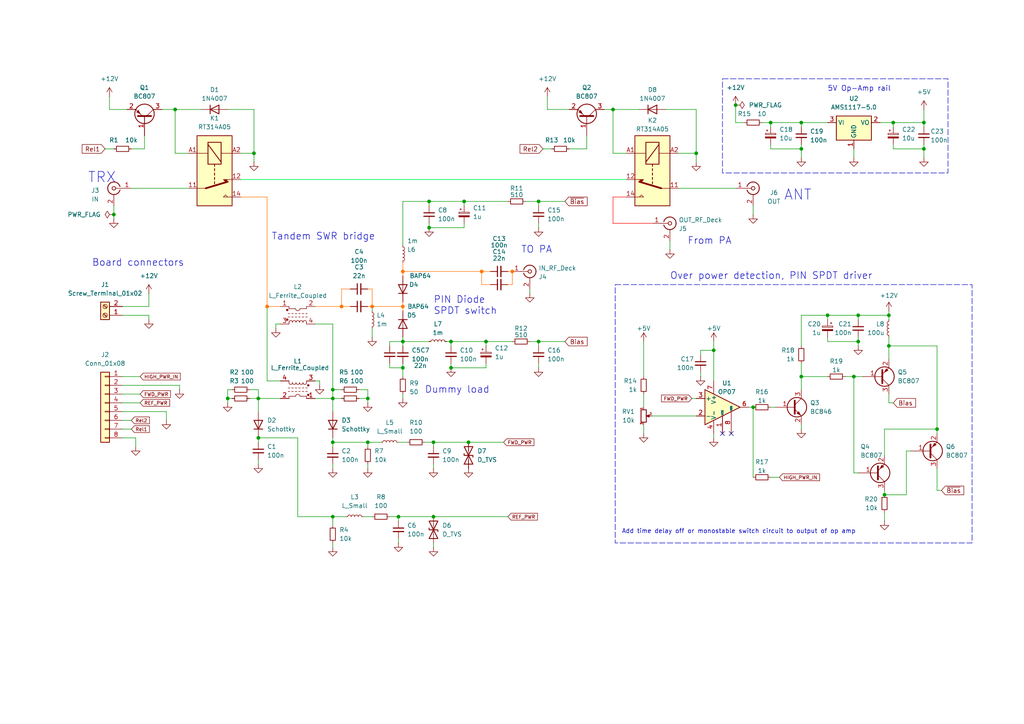
<source format=kicad_sch>
(kicad_sch (version 20231120) (generator "eeschema") (generator_version "8.0")
  (paper "A4")
  (title_block (title "TX-RX Relay Board") (date "2024-09-05") (rev "1.2") (company "SP6GK") (comment 1 "-Input signal SWR tandem bridge") (comment 2 "-Overpower protection") (comment 3 "-Antenna to PA deck relay system"))
  (junction (at 77.47 88.9) (color 255 114 1 1))
  (junction (at 267.97 43.18))
  (junction (at 116.84 99.06))
  (junction (at 248.92 91.44))
  (junction (at 177.8 31.75))
  (junction (at 99.06 88.9) (color 255 114 1 1))
  (junction (at 124.46 66.04))
  (junction (at 96.52 115.57))
  (junction (at 33.02 62.23))
  (junction (at 134.62 58.42))
  (junction (at 257.81 91.44))
  (junction (at 66.04 115.57))
  (junction (at 106.68 128.27))
  (junction (at 240.03 91.44))
  (junction (at 140.97 99.06))
  (junction (at 125.73 128.27))
  (junction (at 107.95 88.9) (color 255 114 1 1))
  (junction (at 130.81 106.68))
  (junction (at 218.44 118.11))
  (junction (at 115.57 149.86))
  (junction (at 74.93 115.57))
  (junction (at 116.84 78.74) (color 255 114 1 1))
  (junction (at 259.08 35.56))
  (junction (at 232.41 109.22))
  (junction (at 74.93 127))
  (junction (at 223.52 35.56))
  (junction (at 96.52 128.27))
  (junction (at 232.41 35.56))
  (junction (at 139.7 78.74) (color 255 114 1 1))
  (junction (at 267.97 35.56))
  (junction (at 50.8 31.75))
  (junction (at 248.92 99.06))
  (junction (at 232.41 43.18))
  (junction (at 96.52 113.03))
  (junction (at 257.81 100.33))
  (junction (at 125.73 149.86))
  (junction (at 106.68 115.57))
  (junction (at 116.84 106.68))
  (junction (at 201.93 44.45))
  (junction (at 116.84 88.9) (color 255 114 1 1))
  (junction (at 256.54 143.51))
  (junction (at 96.52 149.86))
  (junction (at 213.36 30.48))
  (junction (at 156.21 99.06))
  (junction (at 207.01 101.6))
  (junction (at 130.81 99.06))
  (junction (at 73.66 44.45))
  (junction (at 124.46 58.42))
  (junction (at 135.89 128.27))
  (junction (at 156.21 58.42))
  (junction (at 148.59 78.74) (color 255 114 1 1))
  (junction (at 271.78 124.46))
  (junction (at 247.65 109.22))
  (no_connect (at 209.55 125.73))
  (no_connect (at 212.09 125.73))
  (wire (pts (xy 203.2 102.87) (xy 203.2 101.6)))
  (wire (pts (xy 232.41 43.18) (xy 232.41 41.91)))
  (wire (pts (xy 123.19 128.27) (xy 125.73 128.27)))
  (wire (pts (xy 101.6 88.9) (xy 99.06 88.9)) (stroke (width 0) (color 255 114 1 1)))
  (wire (pts (xy 156.21 105.41) (xy 156.21 106.68)))
  (wire (pts (xy 36.83 31.75) (xy 31.75 31.75)))
  (wire (pts (xy 165.1 43.18) (xy 170.18 43.18)))
  (wire (pts (xy 134.62 66.04) (xy 124.46 66.04)))
  (wire (pts (xy 247.65 45.72) (xy 247.65 43.18)))
  (wire (pts (xy 256.54 148.59) (xy 256.54 151.13)))
  (wire (pts (xy 140.97 99.06) (xy 148.59 99.06)))
  (wire (pts (xy 116.84 90.17) (xy 116.84 88.9)) (stroke (width 0) (color 255 114 1 1)))
  (wire (pts (xy 74.93 115.57) (xy 81.28 115.57)))
  (wire (pts (xy 248.92 99.06) (xy 240.03 99.06)))
  (wire (pts (xy 247.65 109.22) (xy 247.65 137.16)))
  (wire (pts (xy 50.8 44.45) (xy 50.8 31.75)))
  (wire (pts (xy 157.48 43.18) (xy 160.02 43.18)))
  (wire (pts (xy 105.41 149.86) (xy 107.95 149.86)))
  (wire (pts (xy 113.03 100.33) (xy 113.03 99.06)))
  (wire (pts (xy 207.01 101.6) (xy 207.01 110.49)))
  (wire (pts (xy 77.47 57.15) (xy 77.47 88.9)) (stroke (width 0) (color 255 114 1 1)))
  (wire (pts (xy 50.8 31.75) (xy 58.42 31.75)))
  (wire (pts (xy 170.18 43.18) (xy 170.18 39.37)))
  (wire (pts (xy 232.41 91.44) (xy 232.41 100.33)))
  (wire (pts (xy 73.66 44.45) (xy 73.66 46.99)))
  (wire (pts (xy 232.41 35.56) (xy 240.03 35.56)))
  (wire (pts (xy 96.52 158.75) (xy 96.52 157.48)))
  (wire (pts (xy 38.1 124.46) (xy 35.56 124.46)))
  (wire (pts (xy 77.47 110.49) (xy 81.28 110.49)))
  (wire (pts (xy 218.44 118.11) (xy 218.44 138.43)))
  (wire (pts (xy 271.78 124.46) (xy 271.78 100.33)))
  (wire (pts (xy 115.57 157.48) (xy 115.57 156.21)))
  (wire (pts (xy 177.8 31.75) (xy 185.42 31.75)))
  (wire (pts (xy 130.81 105.41) (xy 130.81 106.68)))
  (wire (pts (xy 92.71 110.49) (xy 91.44 110.49)))
  (wire (pts (xy 66.04 115.57) (xy 67.31 115.57)))
  (wire (pts (xy 106.68 83.82) (xy 107.95 83.82)) (stroke (width 0) (color 255 114 1 1)))
  (wire (pts (xy 256.54 124.46) (xy 256.54 132.08)))
  (wire (pts (xy 72.39 115.57) (xy 74.93 115.57)))
  (wire (pts (xy 96.52 113.03) (xy 96.52 115.57)))
  (wire (pts (xy 130.81 99.06) (xy 140.97 99.06)))
  (wire (pts (xy 115.57 149.86) (xy 125.73 149.86)))
  (wire (pts (xy 116.84 97.79) (xy 116.84 99.06)))
  (wire (pts (xy 74.93 115.57) (xy 74.93 119.38)))
  (wire (pts (xy 223.52 41.91) (xy 223.52 43.18)))
  (wire (pts (xy 113.03 99.06) (xy 116.84 99.06)))
  (wire (pts (xy 66.04 31.75) (xy 73.66 31.75)))
  (wire (pts (xy 54.61 44.45) (xy 50.8 44.45)))
  (wire (pts (xy 116.84 58.42) (xy 116.84 71.12)))
  (wire (pts (xy 66.04 113.03) (xy 66.04 115.57)))
  (wire (pts (xy 267.97 43.18) (xy 267.97 41.91)))
  (wire (pts (xy 186.69 99.06) (xy 186.69 109.22)))
  (wire (pts (xy 232.41 45.72) (xy 232.41 43.18)))
  (wire (pts (xy 72.39 113.03) (xy 74.93 113.03)))
  (wire (pts (xy 248.92 91.44) (xy 240.03 91.44)))
  (wire (pts (xy 207.01 99.06) (xy 207.01 101.6)))
  (wire (pts (xy 264.16 130.81) (xy 262.89 130.81)))
  (wire (pts (xy 124.46 64.77) (xy 124.46 66.04)))
  (wire (pts (xy 134.62 58.42) (xy 134.62 59.69)))
  (wire (pts (xy 96.52 149.86) (xy 100.33 149.86)))
  (wire (pts (xy 271.78 100.33) (xy 257.81 100.33)))
  (wire (pts (xy 165.1 31.75) (xy 158.75 31.75)))
  (wire (pts (xy 107.95 95.25) (xy 107.95 97.79)))
  (wire (pts (xy 67.31 113.03) (xy 66.04 113.03)))
  (wire (pts (xy 96.52 115.57) (xy 96.52 119.38)))
  (wire (pts (xy 232.41 124.46) (xy 232.41 123.19)))
  (wire (pts (xy 140.97 105.41) (xy 140.97 106.68)))
  (wire (pts (xy 203.2 101.6) (xy 207.01 101.6)))
  (wire (pts (xy 257.81 90.17) (xy 257.81 91.44)))
  (wire (pts (xy 31.75 31.75) (xy 31.75 27.94)))
  (wire (pts (xy 30.48 43.18) (xy 33.02 43.18)))
  (wire (pts (xy 116.84 58.42) (xy 124.46 58.42)))
  (wire (pts (xy 33.02 59.69) (xy 33.02 62.23)))
  (wire (pts (xy 107.95 83.82) (xy 107.95 88.9)) (stroke (width 0) (color 255 114 1 1)))
  (wire (pts (xy 201.93 44.45) (xy 201.93 46.99)))
  (wire (pts (xy 106.68 128.27) (xy 110.49 128.27)))
  (wire (pts (xy 74.93 127) (xy 74.93 128.27)))
  (wire (pts (xy 130.81 99.06) (xy 130.81 100.33)))
  (wire (pts (xy 101.6 83.82) (xy 99.06 83.82)) (stroke (width 0) (color 255 114 1 1)))
  (wire (pts (xy 116.84 105.41) (xy 116.84 106.68)))
  (wire (pts (xy 40.64 109.22) (xy 35.56 109.22)))
  (wire (pts (xy 39.37 129.54) (xy 39.37 127)))
  (wire (pts (xy 96.52 93.98) (xy 96.52 113.03)))
  (wire (pts (xy 116.84 114.3) (xy 116.84 115.57)))
  (wire (pts (xy 96.52 128.27) (xy 96.52 129.54)))
  (wire (pts (xy 116.84 76.2) (xy 116.84 78.74)) (stroke (width 0) (color 255 114 1 1)))
  (wire (pts (xy 156.21 58.42) (xy 152.4 58.42)))
  (wire (pts (xy 41.91 43.18) (xy 41.91 39.37)))
  (wire (pts (xy 259.08 41.91) (xy 259.08 43.18)))
  (wire (pts (xy 91.44 115.57) (xy 96.52 115.57)))
  (wire (pts (xy 259.08 35.56) (xy 267.97 35.56)))
  (wire (pts (xy 35.56 88.9) (xy 43.18 88.9)))
  (wire (pts (xy 271.78 124.46) (xy 271.78 125.73)))
  (wire (pts (xy 220.98 35.56) (xy 223.52 35.56)))
  (wire (pts (xy 255.27 35.56) (xy 259.08 35.56)))
  (wire (pts (xy 96.52 128.27) (xy 106.68 128.27)))
  (wire (pts (xy 156.21 58.42) (xy 156.21 59.69)))
  (wire (pts (xy 240.03 109.22) (xy 232.41 109.22)))
  (wire (pts (xy 232.41 105.41) (xy 232.41 109.22)))
  (wire (pts (xy 156.21 64.77) (xy 156.21 66.04)))
  (wire (pts (xy 81.28 93.98) (xy 80.01 93.98)))
  (wire (pts (xy 39.37 127) (xy 35.56 127)))
  (wire (pts (xy 259.08 43.18) (xy 267.97 43.18)))
  (wire (pts (xy 96.52 93.98) (xy 91.44 93.98)))
  (wire (pts (xy 148.59 82.55) (xy 148.59 78.74)) (stroke (width 0) (color 255 114 1 1)))
  (wire (pts (xy 156.21 99.06) (xy 163.83 99.06)))
  (wire (pts (xy 158.75 31.75) (xy 158.75 27.94)))
  (wire (pts (xy 96.52 135.89) (xy 96.52 134.62)))
  (wire (pts (xy 213.36 30.48) (xy 213.36 35.56)))
  (wire (pts (xy 104.14 113.03) (xy 106.68 113.03)))
  (wire (pts (xy 153.67 83.82) (xy 153.67 85.09)))
  (wire (pts (xy 248.92 99.06) (xy 248.92 97.79)))
  (wire (pts (xy 33.02 62.23) (xy 33.02 63.5)))
  (wire (pts (xy 35.56 119.38) (xy 48.26 119.38)))
  (wire (pts (xy 74.93 127) (xy 86.36 127)))
  (wire (pts (xy 99.06 88.9) (xy 91.44 88.9)) (stroke (width 0) (color 255 114 1 1)))
  (wire (pts (xy 40.64 116.84) (xy 35.56 116.84)))
  (wire (pts (xy 69.85 52.07) (xy 181.61 52.07)) (stroke (width 0.2) (color 0 255 91 1)))
  (wire (pts (xy 139.7 82.55) (xy 139.7 78.74)) (stroke (width 0) (color 255 114 1 1)))
  (wire (pts (xy 226.06 138.43) (xy 223.52 138.43)))
  (wire (pts (xy 43.18 85.09) (xy 43.18 88.9)))
  (wire (pts (xy 99.06 83.82) (xy 99.06 88.9)) (stroke (width 0) (color 255 114 1 1)))
  (wire (pts (xy 186.69 114.3) (xy 186.69 118.11)))
  (wire (pts (xy 77.47 88.9) (xy 81.28 88.9)) (stroke (width 0) (color 255 114 1 1)))
  (wire (pts (xy 248.92 100.33) (xy 248.92 99.06)))
  (wire (pts (xy 134.62 58.42) (xy 124.46 58.42)))
  (wire (pts (xy 48.26 121.92) (xy 48.26 119.38)))
  (wire (pts (xy 271.78 124.46) (xy 256.54 124.46)))
  (wire (pts (xy 259.08 35.56) (xy 259.08 36.83)))
  (wire (pts (xy 125.73 149.86) (xy 147.32 149.86)))
  (wire (pts (xy 232.41 113.03) (xy 232.41 109.22)))
  (wire (pts (xy 240.03 99.06) (xy 240.03 97.79)))
  (wire (pts (xy 194.31 69.85) (xy 194.31 72.39)))
  (wire (pts (xy 116.84 99.06) (xy 116.84 100.33)))
  (wire (pts (xy 257.81 91.44) (xy 257.81 92.71)))
  (wire (pts (xy 240.03 91.44) (xy 232.41 91.44)))
  (wire (pts (xy 116.84 106.68) (xy 116.84 109.22)))
  (wire (pts (xy 125.73 135.89) (xy 125.73 134.62)))
  (wire (pts (xy 129.54 99.06) (xy 130.81 99.06)))
  (wire (pts (xy 218.44 59.69) (xy 218.44 62.23)))
  (wire (pts (xy 257.81 91.44) (xy 248.92 91.44)))
  (wire (pts (xy 135.89 128.27) (xy 146.05 128.27)))
  (wire (pts (xy 107.95 90.17) (xy 107.95 88.9)))
  (wire (pts (xy 69.85 57.15) (xy 77.47 57.15)) (stroke (width 0) (color 255 114 1 1)))
  (wire (pts (xy 106.68 113.03) (xy 106.68 115.57)))
  (wire (pts (xy 134.62 64.77) (xy 134.62 66.04)))
  (wire (pts (xy 106.68 128.27) (xy 106.68 129.54)))
  (wire (pts (xy 96.52 113.03) (xy 99.06 113.03)))
  (wire (pts (xy 262.89 130.81) (xy 262.89 143.51)))
  (wire (pts (xy 96.52 127) (xy 96.52 128.27)))
  (wire (pts (xy 124.46 58.42) (xy 124.46 59.69)))
  (wire (pts (xy 181.61 44.45) (xy 177.8 44.45)))
  (wire (pts (xy 232.41 35.56) (xy 232.41 36.83)))
  (wire (pts (xy 40.64 114.3) (xy 35.56 114.3)))
  (wire (pts (xy 38.1 121.92) (xy 35.56 121.92)))
  (wire (pts (xy 113.03 149.86) (xy 115.57 149.86)))
  (wire (pts (xy 92.71 111.76) (xy 92.71 110.49)))
  (wire (pts (xy 74.93 113.03) (xy 74.93 115.57)))
  (wire (pts (xy 177.8 57.15) (xy 177.8 64.77)) (stroke (width 0) (color 255 6 0 1)))
  (wire (pts (xy 257.81 100.33) (xy 257.81 104.14)))
  (wire (pts (xy 113.03 106.68) (xy 116.84 106.68)))
  (wire (pts (xy 248.92 91.44) (xy 248.92 92.71)))
  (wire (pts (xy 77.47 88.9) (xy 77.47 110.49)))
  (wire (pts (xy 43.18 91.44) (xy 43.18 92.71)))
  (wire (pts (xy 35.56 111.76) (xy 52.07 111.76)))
  (wire (pts (xy 203.2 107.95) (xy 203.2 109.22)))
  (wire (pts (xy 106.68 88.9) (xy 107.95 88.9)) (stroke (width 0) (color 255 114 1 1)))
  (wire (pts (xy 271.78 135.89) (xy 271.78 142.24)))
  (wire (pts (xy 240.03 91.44) (xy 240.03 92.71)))
  (wire (pts (xy 196.85 54.61) (xy 213.36 54.61)))
  (wire (pts (xy 201.93 120.65) (xy 189.23 120.65)))
  (wire (pts (xy 140.97 106.68) (xy 130.81 106.68)))
  (wire (pts (xy 147.32 58.42) (xy 134.62 58.42)))
  (wire (pts (xy 262.89 143.51) (xy 256.54 143.51)))
  (wire (pts (xy 273.05 142.24) (xy 271.78 142.24)))
  (wire (pts (xy 250.19 109.22) (xy 247.65 109.22)))
  (wire (pts (xy 96.52 115.57) (xy 99.06 115.57)))
  (wire (pts (xy 153.67 99.06) (xy 156.21 99.06)))
  (wire (pts (xy 175.26 31.75) (xy 177.8 31.75)))
  (wire (pts (xy 189.23 64.77) (xy 177.8 64.77)) (stroke (width 0) (color 255 6 0 1)))
  (wire (pts (xy 193.04 31.75) (xy 201.93 31.75)))
  (wire (pts (xy 201.93 31.75) (xy 201.93 44.45)))
  (wire (pts (xy 267.97 45.72) (xy 267.97 43.18)))
  (wire (pts (xy 267.97 35.56) (xy 267.97 36.83)))
  (wire (pts (xy 106.68 116.84) (xy 106.68 115.57)))
  (wire (pts (xy 224.79 118.11) (xy 223.52 118.11)))
  (wire (pts (xy 156.21 99.06) (xy 156.21 100.33)))
  (wire (pts (xy 125.73 128.27) (xy 135.89 128.27)))
  (wire (pts (xy 52.07 111.76) (xy 52.07 113.03)))
  (wire (pts (xy 86.36 149.86) (xy 96.52 149.86)))
  (wire (pts (xy 257.81 116.84) (xy 259.08 116.84)))
  (wire (pts (xy 223.52 35.56) (xy 223.52 36.83)))
  (wire (pts (xy 106.68 135.89) (xy 106.68 134.62)))
  (wire (pts (xy 73.66 31.75) (xy 73.66 44.45)))
  (wire (pts (xy 181.61 57.15) (xy 177.8 57.15)) (stroke (width 0) (color 255 6 0 1)))
  (wire (pts (xy 115.57 128.27) (xy 118.11 128.27)))
  (wire (pts (xy 201.93 44.45) (xy 196.85 44.45)))
  (wire (pts (xy 115.57 149.86) (xy 115.57 151.13)))
  (wire (pts (xy 247.65 109.22) (xy 245.11 109.22)))
  (wire (pts (xy 125.73 128.27) (xy 125.73 129.54)))
  (wire (pts (xy 46.99 31.75) (xy 50.8 31.75)))
  (wire (pts (xy 256.54 142.24) (xy 256.54 143.51)))
  (wire (pts (xy 106.68 115.57) (xy 104.14 115.57)))
  (wire (pts (xy 113.03 105.41) (xy 113.03 106.68)))
  (wire (pts (xy 207.01 127) (xy 207.01 125.73)))
  (wire (pts (xy 139.7 78.74) (xy 116.84 78.74)) (stroke (width 0) (color 255 114 1 1)))
  (wire (pts (xy 257.81 114.3) (xy 257.81 116.84)))
  (wire (pts (xy 142.24 82.55) (xy 139.7 82.55)) (stroke (width 0) (color 255 114 1 1)))
  (wire (pts (xy 142.24 78.74) (xy 139.7 78.74)) (stroke (width 0) (color 255 114 1 1)))
  (wire (pts (xy 74.93 134.62) (xy 74.93 133.35)))
  (wire (pts (xy 125.73 157.48) (xy 125.73 158.75)))
  (wire (pts (xy 177.8 44.45) (xy 177.8 31.75)))
  (wire (pts (xy 116.84 78.74) (xy 116.84 80.01)) (stroke (width 0) (color 255 114 1 1)))
  (wire (pts (xy 116.84 99.06) (xy 124.46 99.06)))
  (wire (pts (xy 140.97 99.06) (xy 140.97 100.33)))
  (wire (pts (xy 116.84 88.9) (xy 116.84 87.63)) (stroke (width 0) (color 255 114 1 1)))
  (wire (pts (xy 38.1 43.18) (xy 41.91 43.18)))
  (wire (pts (xy 267.97 31.75) (xy 267.97 35.56)))
  (wire (pts (xy 107.95 88.9) (xy 116.84 88.9)) (stroke (width 0) (color 255 114 1 1)))
  (wire (pts (xy 223.52 43.18) (xy 232.41 43.18)))
  (wire (pts (xy 80.01 93.98) (xy 80.01 95.25)))
  (wire (pts (xy 73.66 44.45) (xy 69.85 44.45)))
  (wire (pts (xy 147.32 78.74) (xy 148.59 78.74)) (stroke (width 0) (color 255 114 1 1)))
  (wire (pts (xy 163.83 58.42) (xy 156.21 58.42)))
  (wire (pts (xy 38.1 54.61) (xy 54.61 54.61)))
  (wire (pts (xy 66.04 116.84) (xy 66.04 115.57)))
  (wire (pts (xy 96.52 149.86) (xy 96.52 152.4)))
  (wire (pts (xy 218.44 118.11) (xy 217.17 118.11)))
  (wire (pts (xy 201.93 115.57) (xy 200.66 115.57)))
  (wire (pts (xy 248.92 137.16) (xy 247.65 137.16)))
  (wire (pts (xy 223.52 35.56) (xy 232.41 35.56)))
  (wire (pts (xy 186.69 123.19) (xy 186.69 125.73)))
  (wire (pts (xy 86.36 127) (xy 86.36 149.86)))
  (wire (pts (xy 215.9 35.56) (xy 213.36 35.56)))
  (wire (pts (xy 35.56 91.44) (xy 43.18 91.44)))
  (wire (pts (xy 147.32 82.55) (xy 148.59 82.55)) (stroke (width 0) (color 255 114 1 1)))
  (wire (pts (xy 257.81 97.79) (xy 257.81 100.33)))
  (rectangle (start 178.435 82.55) (end 281.94 157.48) (stroke (width 0) (type dash)))
  (rectangle (start 209.55 22.86) (end 274.955 50.165) (stroke (width 0) (type dash)))
  (text "Board connectors" (at 26.67 77.47 0) (effects (font (size 2 2)) (justify left bottom)))
  (text "5V Op-Amp rail" (at 240.03 26.67 0) (effects (font (size 1.5 1.5)) (justify left bottom)))
  (text "From PA" (at 199.39 71.12 0) (effects (font (size 2 2)) (justify left bottom)))
  (text "TRX" (at 25.4 53.34 0) (effects (font (size 3 3)) (justify left bottom)))
  (text "ANT" (at 227.33 58.42 0) (effects (font (size 3 3)) (justify left bottom)))
  (text "Dummy load" (at 123.19 114.3 0) (effects (font (size 2 2)) (justify left bottom)))
  (text "TO PA" (at 151.13 73.66 0) (effects (font (size 2 2)) (justify left bottom)))
  (text "PIN Diode\nSPDT switch" (at 125.73 91.44 0) (effects (font (size 2 2)) (justify left bottom)))
  (text "Tandem SWR bridge" (at 78.74 69.85 0) (effects (font (size 2 2)) (justify left bottom)))
  (text "Add time delay off or monostable switch circuit to output of op amp\n" (at 180.34 154.94 0) (effects (font (size 1.27 1.27)) (justify left bottom)))
  (text "Over power detection, PIN SPDT driver" (at 194.31 81.28 0) (effects (font (size 2 2)) (justify left bottom)))
  (global_label "Rel2" (shape input) (at 38.1 121.92 0) (effects (font (size 1 1))) (property "Intersheetrefs" "${INTERSHEET_REFS}" (effects (hide yes))))
  (global_label "FWD_PWR" (shape input) (at 200.66 115.57 180) (effects (font (size 1 1))) (property "Intersheetrefs" "${INTERSHEET_REFS}" (effects (hide yes))))
  (global_label "FWD_PWR" (shape input) (at 40.64 114.3 0) (effects (font (size 1 1))) (property "Intersheetrefs" "${INTERSHEET_REFS}" (effects (hide yes))))
  (global_label "FWD_PWR" (shape input) (at 146.05 128.27 0) (effects (font (size 1 1))) (property "Intersheetrefs" "${INTERSHEET_REFS}" (effects (hide yes))))
  (global_label "~{Bias}" (shape input) (at 163.83 58.42 0) (property "Intersheetrefs" "${INTERSHEET_REFS}" (effects (hide yes))))
  (global_label "HIGH_PWR_IN" (shape input) (at 226.06 138.43 0) (effects (font (size 1 1))) (property "Intersheetrefs" "${INTERSHEET_REFS}" (effects (hide yes))))
  (global_label "Bias" (shape input) (at 259.08 116.84 0) (property "Intersheetrefs" "${INTERSHEET_REFS}" (effects (hide yes))))
  (global_label "REF_PWR" (shape input) (at 147.32 149.86 0) (effects (font (size 1 1))) (property "Intersheetrefs" "${INTERSHEET_REFS}" (effects (hide yes))))
  (global_label "Rel2" (shape input) (at 157.48 43.18 180) (property "Intersheetrefs" "${INTERSHEET_REFS}" (effects (hide yes))))
  (global_label "Rel1" (shape input) (at 38.1 124.46 0) (effects (font (size 1 1))) (property "Intersheetrefs" "${INTERSHEET_REFS}" (effects (hide yes))))
  (global_label "Bias" (shape input) (at 163.83 99.06 0) (property "Intersheetrefs" "${INTERSHEET_REFS}" (effects (hide yes))))
  (global_label "REF_PWR" (shape input) (at 40.64 116.84 0) (effects (font (size 1 1))) (property "Intersheetrefs" "${INTERSHEET_REFS}" (effects (hide yes))))
  (global_label "~{Bias}" (shape input) (at 273.05 142.24 0) (property "Intersheetrefs" "${INTERSHEET_REFS}" (effects (hide yes))))
  (global_label "Rel1" (shape input) (at 30.48 43.18 180) (property "Intersheetrefs" "${INTERSHEET_REFS}" (effects (hide yes))))
  (global_label "HIGH_PWR_IN" (shape input) (at 40.64 109.22 0) (effects (font (size 1 1))) (property "Intersheetrefs" "${INTERSHEET_REFS}" (effects (hide yes))))
  (symbol (lib_id "power:GND") (at 52.07 113.03 0) (unit 1)
    (property "Reference" "#PWR07" (effects (hide yes)))
    (property "Value" "GND" (effects (hide yes)))
    (property "Description" "Power symbol creates a global label with name \"GND\" , ground" (effects (hide yes)))
  )
  (symbol (lib_id "TXRX_rel_sym_lim:T82_trafo") (at 86.36 113.03 180) (unit 1)
    (property "Reference" "L1" (at 86.36 104.775 0))
    (property "Value" "L_Ferrite_Coupled" (at 86.995 106.68 0))
    (property "Footprint" "TXRX_rel_lib:FT82_trafo" (effects (hide yes)))
  )
  (symbol (lib_id "Device:C_Small") (at 203.2 105.41 0) (mirror y) (unit 1)
    (property "Reference" "C17" (at 201.295 104.14 0) (effects (justify left)))
    (property "Value" "100n" (at 201.295 106.68 0) (effects (justify left)))
    (property "Footprint" "Capacitor_SMD:C_0603_1608Metric_Pad1.08x0.95mm_HandSolder" (effects (hide yes)))
  )
  (symbol (lib_id "power:GND") (at 48.26 121.92 0) (unit 1)
    (property "Reference" "#PWR06" (effects (hide yes)))
    (property "Value" "GND" (effects (hide yes)))
    (property "Description" "Power symbol creates a global label with name \"GND\" , ground" (effects (hide yes)))
  )
  (symbol (lib_id "power:+5V") (at 267.97 31.75 0) (unit 1)
    (property "Reference" "#PWR044" (effects (hide yes)))
    (property "Value" "+5V" (at 267.97 26.67 0))
    (property "Description" "Power symbol creates a global label with name \"+5V\"" (effects (hide yes)))
  )
  (symbol (lib_id "power:GND") (at 96.52 158.75 0) (unit 1)
    (property "Reference" "#PWR014" (effects (hide yes)))
    (property "Value" "GND" (effects (hide yes)))
    (property "Description" "Power symbol creates a global label with name \"GND\" , ground" (effects (hide yes)))
  )
  (symbol (lib_id "power:GND") (at 106.68 116.84 0) (unit 1)
    (property "Reference" "#PWR015" (effects (hide yes)))
    (property "Value" "GND" (effects (hide yes)))
    (property "Description" "Power symbol creates a global label with name \"GND\" , ground" (effects (hide yes)))
  )
  (symbol (lib_id "power:+12V") (at 31.75 27.94 0) (mirror y) (unit 1)
    (property "Reference" "#PWR01" (effects (hide yes)))
    (property "Value" "+12V" (at 31.75 22.86 0))
    (property "Description" "Power symbol creates a global label with name \"+12V\"" (effects (hide yes)))
  )
  (symbol (lib_id "Connector:Screw_Terminal_01x02") (at 30.48 91.44 180) (unit 1)
    (property "Reference" "J1" (at 30.48 82.55 0))
    (property "Value" "Screw_Terminal_01x02" (at 30.48 85.09 0))
    (property "Footprint" "TerminalBlock:TerminalBlock_bornier-2_P5.08mm" (effects (hide yes)))
  )
  (symbol (lib_id "Device:C_Small") (at 144.78 78.74 90) (unit 1)
    (property "Reference" "C13" (at 144.78 69.215 90))
    (property "Value" "100n" (at 144.78 71.12 90))
    (property "Footprint" "Capacitor_SMD:C_0805_2012Metric_Pad1.18x1.45mm_HandSolder" (effects (hide yes)))
  )
  (symbol (lib_id "power:GND") (at 92.71 111.76 0) (unit 1)
    (property "Reference" "#PWR012" (effects (hide yes)))
    (property "Value" "GND" (effects (hide yes)))
    (property "Description" "Power symbol creates a global label with name \"GND\" , ground" (effects (hide yes)))
  )
  (symbol (lib_id "power:GND") (at 115.57 157.48 0) (unit 1)
    (property "Reference" "#PWR018" (effects (hide yes)))
    (property "Value" "GND" (effects (hide yes)))
    (property "Description" "Power symbol creates a global label with name \"GND\" , ground" (effects (hide yes)))
  )
  (symbol (lib_id "power:GND") (at 125.73 158.75 0) (unit 1)
    (property "Reference" "#PWR022" (effects (hide yes)))
    (property "Value" "GND" (effects (hide yes)))
    (property "Description" "Power symbol creates a global label with name \"GND\" , ground" (effects (hide yes)))
  )
  (symbol (lib_id "power:PWR_FLAG") (at 33.02 62.23 90) (unit 1)
    (property "Reference" "#FLG02" (effects (hide yes)))
    (property "Value" "PWR_FLAG" (at 29.21 62.2299 90) (effects (justify left)))
    (property "Description" "Special symbol for telling ERC where power comes from" (effects (hide yes)))
  )
  (symbol (lib_id "Device:C_Small") (at 124.46 62.23 0) (unit 1)
    (property "Reference" "C8" (at 127 60.96 0) (effects (justify left)))
    (property "Value" "100n" (at 127 63.5 0) (effects (justify left)))
    (property "Footprint" "Capacitor_SMD:C_0603_1608Metric_Pad1.08x0.95mm_HandSolder" (effects (hide yes)))
  )
  (symbol (lib_id "Device:C_Small") (at 267.97 39.37 0) (unit 1)
    (property "Reference" "C23" (at 269.875 38.1 0) (effects (justify left)))
    (property "Value" "100n" (at 269.875 40.64 0) (effects (justify left)))
    (property "Footprint" "Capacitor_SMD:C_0603_1608Metric_Pad1.08x0.95mm_HandSolder" (effects (hide yes)))
  )
  (symbol (lib_id "Transistor_BJT:BC807") (at 269.24 130.81 0) (mirror x) (unit 1)
    (property "Reference" "Q6" (at 274.32 129.5399 0) (effects (justify left)))
    (property "Value" "BC807" (at 274.32 132.0799 0) (effects (justify left)))
    (property "Footprint" "Package_TO_SOT_SMD:SOT-23" (effects (hide yes)))
    (property "Datasheet" "https://www.onsemi.com/pub/Collateral/BC808-D.pdf" (effects (hide yes)))
    (property "Description" "0.8A Ic, 45V Vce, PNP Transistor, SOT-23" (effects (hide yes)))
  )
  (symbol (lib_id "Transistor_BJT:BC846") (at 229.87 118.11 0) (unit 1)
    (property "Reference" "Q3" (at 234.95 116.8399 0) (effects (justify left)))
    (property "Value" "BC846" (at 234.95 119.3799 0) (effects (justify left)))
    (property "Footprint" "Package_TO_SOT_SMD:SOT-23" (effects (hide yes)))
    (property "Datasheet" "https://assets.nexperia.com/documents/data-sheet/BC846_SER.pdf" (effects (hide yes)))
    (property "Description" "0.1A Ic, 65V Vce, NPN Transistor, SOT-23" (effects (hide yes)))
  )
  (symbol (lib_id "Device:R_Small") (at 35.56 43.18 90) (unit 1)
    (property "Reference" "R1" (at 33.02 40.64 90))
    (property "Value" "10k" (at 38.1 40.64 90))
    (property "Footprint" "Resistor_SMD:R_0603_1608Metric_Pad0.98x0.95mm_HandSolder" (effects (hide yes)))
  )
  (symbol (lib_id "power:GND") (at 156.21 66.04 0) (unit 1)
    (property "Reference" "#PWR026" (effects (hide yes)))
    (property "Value" "GND" (effects (hide yes)))
    (property "Description" "Power symbol creates a global label with name \"GND\" , ground" (effects (hide yes)))
  )
  (symbol (lib_id "power:GND") (at 96.52 135.89 0) (unit 1)
    (property "Reference" "#PWR013" (effects (hide yes)))
    (property "Value" "GND" (effects (hide yes)))
    (property "Description" "Power symbol creates a global label with name \"GND\" , ground" (effects (hide yes)))
  )
  (symbol (lib_id "power:GND") (at 33.02 63.5 0) (unit 1)
    (property "Reference" "#PWR02" (effects (hide yes)))
    (property "Value" "GND" (effects (hide yes)))
    (property "Description" "Power symbol creates a global label with name \"GND\" , ground" (effects (hide yes)))
  )
  (symbol (lib_id "Device:C_Small") (at 248.92 95.25 0) (mirror y) (unit 1)
    (property "Reference" "C21" (at 247.015 93.98 0) (effects (justify left)))
    (property "Value" "100n" (at 247.015 96.52 0) (effects (justify left)))
    (property "Footprint" "Capacitor_SMD:C_0603_1608Metric_Pad1.08x0.95mm_HandSolder" (effects (hide yes)))
  )
  (symbol (lib_id "Connector_Generic:Conn_01x08") (at 30.48 116.84 0) (mirror y) (unit 1)
    (property "Reference" "J2" (at 30.48 102.87 0))
    (property "Value" "Conn_01x08" (at 30.48 105.41 0))
    (property "Footprint" "Connector_JST:JST_EH_B8B-EH-A_1x08_P2.50mm_Vertical" (effects (hide yes)))
  )
  (symbol (lib_id "power:GND") (at 116.84 115.57 0) (unit 1)
    (property "Reference" "#PWR019" (effects (hide yes)))
    (property "Value" "GND" (effects (hide yes)))
    (property "Description" "Power symbol creates a global label with name \"GND\" , ground" (effects (hide yes)))
  )
  (symbol (lib_id "Diode:1N4007") (at 62.23 31.75 0) (unit 1)
    (property "Reference" "D1" (at 62.23 26.035 0))
    (property "Value" "1N4007" (at 62.23 28.575 0))
    (property "Footprint" "Diode_SMD:D_SMA" (effects (hide yes)))
    (property "Datasheet" "http://www.vishay.com/docs/88503/1n4001.pdf" (effects (hide yes)))
    (property "Sim.Device" "D" (effects (hide yes)))
    (property "Sim.Pins" "1=K 2=A" (effects (hide yes)))
  )
  (symbol (lib_id "Device:C_Polarized_Small") (at 240.03 95.25 0) (mirror y) (unit 1)
    (property "Reference" "C20" (at 238.125 93.98 0) (effects (justify left)))
    (property "Value" "1u" (at 238.125 96.52 0) (effects (justify left)))
    (property "Footprint" "Capacitor_SMD:C_0805_2012Metric_Pad1.18x1.45mm_HandSolder" (effects (hide yes)))
  )
  (symbol (lib_id "Device:C_Small") (at 116.84 102.87 0) (unit 1)
    (property "Reference" "C7" (at 121.92 101.6 0) (effects (justify left)))
    (property "Value" "100n" (at 119.38 104.14 0) (effects (justify left)))
    (property "Footprint" "Capacitor_SMD:C_0805_2012Metric_Pad1.18x1.45mm_HandSolder" (effects (hide yes)))
  )
  (symbol (lib_id "Device:R_Small") (at 69.85 115.57 90) (unit 1)
    (property "Reference" "R3" (at 67.945 110.49 90))
    (property "Value" "100" (at 71.755 107.95 90))
    (property "Footprint" "Resistor_SMD:R_2010_5025Metric_Pad1.40x2.65mm_HandSolder" (effects (hide yes)))
  )
  (symbol (lib_id "power:GND") (at 39.37 129.54 0) (unit 1)
    (property "Reference" "#PWR03" (effects (hide yes)))
    (property "Value" "GND" (effects (hide yes)))
    (property "Description" "Power symbol creates a global label with name \"GND\" , ground" (effects (hide yes)))
  )
  (symbol (lib_id "power:GND") (at 207.01 127 0) (mirror y) (unit 1)
    (property "Reference" "#PWR035" (effects (hide yes)))
    (property "Value" "GND" (effects (hide yes)))
    (property "Description" "Power symbol creates a global label with name \"GND\" , ground" (effects (hide yes)))
  )
  (symbol (lib_id "Device:C_Small") (at 115.57 153.67 0) (unit 1)
    (property "Reference" "C6" (at 118.11 152.4 0) (effects (justify left)))
    (property "Value" "100n" (at 118.11 154.94 0) (effects (justify left)))
    (property "Footprint" "Capacitor_SMD:C_0603_1608Metric_Pad1.08x0.95mm_HandSolder" (effects (hide yes)))
  )
  (symbol (lib_id "Device:R_Potentiometer_Small") (at 186.69 120.65 0) (unit 1)
    (property "Reference" "RV1" (at 184.15 119.38 0) (effects (justify right)))
    (property "Value" "10k" (at 184.15 121.92 0) (effects (justify right)))
    (property "Footprint" "Potentiometer_THT:Potentiometer_Bourns_3296W_Vertical" (effects (hide yes)))
  )
  (symbol (lib_id "Diode:1N4148W") (at 96.52 123.19 90) (unit 1)
    (property "Reference" "D3" (at 99.06 121.92 90) (effects (justify right)))
    (property "Value" "Schottky" (at 99.06 124.46 90) (effects (justify right)))
    (property "Footprint" "Diode_SMD:D_SMA" (effects (hide yes)))
    (property "Datasheet" "https://www.vishay.com/docs/85748/1n4148w.pdf" (effects (hide yes)))
    (property "Sim.Device" "D" (effects (hide yes)))
    (property "Sim.Pins" "1=K 2=A" (effects (hide yes)))
  )
  (symbol (lib_id "Device:R_Small") (at 96.52 154.94 0) (unit 1)
    (property "Reference" "R4" (at 98.425 153.67 0) (effects (justify left)))
    (property "Value" "10k" (at 98.425 156.21 0) (effects (justify left)))
    (property "Footprint" "Resistor_SMD:R_0603_1608Metric_Pad0.98x0.95mm_HandSolder" (effects (hide yes)))
  )
  (symbol (lib_id "power:GND") (at 135.89 135.89 0) (unit 1)
    (property "Reference" "#PWR024" (effects (hide yes)))
    (property "Value" "GND" (effects (hide yes)))
    (property "Description" "Power symbol creates a global label with name \"GND\" , ground" (effects (hide yes)))
  )
  (symbol (lib_id "power:+5V") (at 207.01 99.06 0) (mirror y) (unit 1)
    (property "Reference" "#PWR034" (effects (hide yes)))
    (property "Value" "+5V" (at 207.01 95.25 0))
    (property "Description" "Power symbol creates a global label with name \"+5V\"" (effects (hide yes)))
  )
  (symbol (lib_id "Device:C_Small") (at 104.14 83.82 90) (unit 1)
    (property "Reference" "C3" (at 104.1463 77.47 90))
    (property "Value" "22n" (at 104.1463 80.01 90))
    (property "Footprint" "Capacitor_SMD:C_0805_2012Metric_Pad1.18x1.45mm_HandSolder" (effects (hide yes)))
  )
  (symbol (lib_id "power:GND") (at 156.21 106.68 0) (unit 1)
    (property "Reference" "#PWR027" (effects (hide yes)))
    (property "Value" "GND" (effects (hide yes)))
    (property "Description" "Power symbol creates a global label with name \"GND\" , ground" (effects (hide yes)))
  )
  (symbol (lib_id "Diode:1N4148W") (at 74.93 123.19 90) (unit 1)
    (property "Reference" "D2" (at 77.47 121.92 90) (effects (justify right)))
    (property "Value" "Schottky" (at 77.47 124.46 90) (effects (justify right)))
    (property "Footprint" "Diode_SMD:D_SMA" (effects (hide yes)))
    (property "Datasheet" "https://www.vishay.com/docs/85748/1n4148w.pdf" (effects (hide yes)))
    (property "Sim.Device" "D" (effects (hide yes)))
    (property "Sim.Pins" "1=K 2=A" (effects (hide yes)))
  )
  (symbol (lib_id "Device:C_Polarized_Small") (at 259.08 39.37 0) (unit 1)
    (property "Reference" "C22" (at 261.62 37.5539 0) (effects (justify left)))
    (property "Value" "10u" (at 261.62 40.0939 0) (effects (justify left)))
    (property "Footprint" "Capacitor_SMD:C_0805_2012Metric_Pad1.18x1.45mm_HandSolder" (effects (hide yes)))
  )
  (symbol (lib_id "Device:R_Small") (at 69.85 113.03 90) (unit 1)
    (property "Reference" "R2" (at 67.945 107.95 90))
    (property "Value" "100" (at 71.755 110.49 90))
    (property "Footprint" "Resistor_SMD:R_2010_5025Metric_Pad1.40x2.65mm_HandSolder" (effects (hide yes)))
  )
  (symbol (lib_id "Device:C_Polarized_Small") (at 223.52 39.37 0) (unit 1)
    (property "Reference" "C18" (at 226.06 37.5539 0) (effects (justify left)))
    (property "Value" "10u" (at 226.06 40.0939 0) (effects (justify left)))
    (property "Footprint" "Capacitor_SMD:C_0805_2012Metric_Pad1.18x1.45mm_HandSolder" (effects (hide yes)))
  )
  (symbol (lib_id "Device:L_Small") (at 107.95 92.71 0) (unit 1)
    (property "Reference" "L4" (at 109.22 91.44 0) (effects (justify left)))
    (property "Value" "1m" (at 109.22 93.98 0) (effects (justify left)))
    (property "Footprint" "Inductor_SMD:L_1812_4532Metric_Pad1.30x3.40mm_HandSolder" (effects (hide yes)))
  )
  (symbol (lib_id "Diode:1N4448W") (at 116.84 93.98 270) (unit 1)
    (property "Reference" "D5" (at 119.38 91.44 90))
    (property "Value" "BAP64" (at 121.285 88.9 90))
    (property "Footprint" "Diode_SMD:D_SOD-323_HandSoldering" (effects (hide yes)))
    (property "Datasheet" "https://www.vishay.com/docs/85722/1n4448w.pdf" (effects (hide yes)))
    (property "Sim.Device" "D" (effects (hide yes)))
    (property "Sim.Pins" "1=K 2=A" (effects (hide yes)))
  )
  (symbol (lib_id "Device:R_Small") (at 101.6 113.03 90) (unit 1)
    (property "Reference" "R5" (at 99.695 107.95 90))
    (property "Value" "100" (at 103.505 110.49 90))
    (property "Footprint" "Resistor_SMD:R_2010_5025Metric_Pad1.40x2.65mm_HandSolder" (effects (hide yes)))
  )
  (symbol (lib_id "Device:R_Small") (at 186.69 111.76 0) (mirror y) (unit 1)
    (property "Reference" "R14" (at 184.785 110.49 0) (effects (justify left)))
    (property "Value" "1k" (at 184.785 113.03 0) (effects (justify left)))
    (property "Footprint" "Resistor_SMD:R_0603_1608Metric_Pad0.98x0.95mm_HandSolder" (effects (hide yes)))
  )
  (symbol (lib_id "power:GND") (at 43.18 92.71 0) (unit 1)
    (property "Reference" "#PWR05" (effects (hide yes)))
    (property "Value" "GND" (effects (hide yes)))
    (property "Description" "Power symbol creates a global label with name \"GND\" , ground" (effects (hide yes)))
  )
  (symbol (lib_id "Device:R_Small") (at 149.86 58.42 90) (unit 1)
    (property "Reference" "R11" (at 149.86 54.61 90))
    (property "Value" "510" (at 149.86 56.515 90))
    (property "Footprint" "Resistor_SMD:R_1206_3216Metric_Pad1.30x1.75mm_HandSolder" (effects (hide yes)))
  )
  (symbol (lib_id "power:GND") (at 125.73 135.89 0) (unit 1)
    (property "Reference" "#PWR021" (effects (hide yes)))
    (property "Value" "GND" (effects (hide yes)))
    (property "Description" "Power symbol creates a global label with name \"GND\" , ground" (effects (hide yes)))
  )
  (symbol (lib_id "Transistor_BJT:BC807") (at 41.91 34.29 270) (mirror x) (unit 1)
    (property "Reference" "Q1" (at 41.91 25.4 90))
    (property "Value" "BC807" (at 41.91 27.94 90))
    (property "Footprint" "Package_TO_SOT_SMD:SOT-23" (effects (hide yes)))
    (property "Datasheet" "https://www.onsemi.com/pub/Collateral/BC808-D.pdf" (effects (hide yes)))
    (property "Description" "0.8A Ic, 45V Vce, PNP Transistor, SOT-23" (effects (hide yes)))
  )
  (symbol (lib_id "power:GND") (at 107.95 97.79 0) (unit 1)
    (property "Reference" "#PWR017" (effects (hide yes)))
    (property "Value" "GND" (effects (hide yes)))
    (property "Description" "Power symbol creates a global label with name \"GND\" , ground" (effects (hide yes)))
  )
  (symbol (lib_name "RT314A05_1") (lib_id "Relay:RT314A05") (at 62.23 49.53 270) (unit 1)
    (property "Reference" "K1" (at 62.23 34.29 90))
    (property "Value" "RT314A05" (at 62.23 36.83 90))
    (property "Footprint" "Relay_THT:Relay_SPDT_Schrack-RT1-16A-FormC_RM5mm" (effects (hide yes)))
    (property "Datasheet" "https://www.te.com/commerce/DocumentDelivery/DDEController?Action=srchrtrv&DocNm=RT1_bistable&DocType=DS&DocLang=English" (effects (hide yes)))
  )
  (symbol (lib_id "Device:C_Small") (at 74.93 130.81 0) (unit 1)
    (property "Reference" "C1" (at 77.47 129.54 0) (effects (justify left)))
    (property "Value" "100n" (at 77.47 132.08 0) (effects (justify left)))
    (property "Footprint" "Capacitor_SMD:C_0603_1608Metric_Pad1.08x0.95mm_HandSolder" (effects (hide yes)))
  )
  (symbol (lib_id "Device:C_Small") (at 156.21 62.23 0) (unit 1)
    (property "Reference" "C15" (at 158.75 60.96 0) (effects (justify left)))
    (property "Value" "100n" (at 158.75 63.5 0) (effects (justify left)))
    (property "Footprint" "Capacitor_SMD:C_0603_1608Metric_Pad1.08x0.95mm_HandSolder" (effects (hide yes)))
  )
  (symbol (lib_id "power:GND") (at 124.46 66.04 0) (unit 1)
    (property "Reference" "#PWR020" (effects (hide yes)))
    (property "Value" "GND" (effects (hide yes)))
    (property "Description" "Power symbol creates a global label with name \"GND\" , ground" (effects (hide yes)))
  )
  (symbol (lib_id "Relay:RT314A05") (at 189.23 49.53 90) (mirror x) (unit 1)
    (property "Reference" "K2" (at 189.23 34.925 90))
    (property "Value" "RT314A05" (at 189.23 37.465 90))
    (property "Footprint" "Relay_THT:Relay_SPDT_Schrack-RT1-16A-FormC_RM5mm" (effects (hide yes)))
    (property "Datasheet" "https://www.te.com/commerce/DocumentDelivery/DDEController?Action=srchrtrv&DocNm=RT1_bistable&DocType=DS&DocLang=English" (effects (hide yes)))
  )
  (symbol (lib_id "Device:L_Small") (at 113.03 128.27 90) (unit 1)
    (property "Reference" "L5" (at 113.03 122.555 90))
    (property "Value" "L_Small" (at 113.03 125.095 90))
    (property "Footprint" "Inductor_SMD:L_0603_1608Metric_Pad1.05x0.95mm_HandSolder" (effects (hide yes)))
  )
  (symbol (lib_id "Device:L_Small") (at 116.84 73.66 0) (unit 1)
    (property "Reference" "L6" (at 118.11 72.39 0) (effects (justify left)))
    (property "Value" "1m" (at 118.11 69.85 0) (effects (justify left)))
    (property "Footprint" "Inductor_SMD:L_1812_4532Metric_Pad1.30x3.40mm_HandSolder" (effects (hide yes)))
  )
  (symbol (lib_id "Device:C_Small") (at 144.78 82.55 90) (unit 1)
    (property "Reference" "C14" (at 144.78 73.025 90))
    (property "Value" "22n" (at 144.78 74.93 90))
    (property "Footprint" "Capacitor_SMD:C_0805_2012Metric_Pad1.18x1.45mm_HandSolder" (effects (hide yes)))
  )
  (symbol (lib_id "Device:L_Small") (at 257.81 95.25 0) (mirror y) (unit 1)
    (property "Reference" "L8" (at 256.54 93.98 0) (effects (justify left)))
    (property "Value" "100u" (at 256.54 96.52 0) (effects (justify left)))
    (property "Footprint" "Capacitor_SMD:C_1206_3216Metric_Pad1.33x1.80mm_HandSolder" (effects (hide yes)))
  )
  (symbol (lib_id "Device:R_Small") (at 242.57 109.22 270) (mirror x) (unit 1)
    (property "Reference" "R19" (at 242.57 104.775 90))
    (property "Value" "1k" (at 242.57 107.315 90))
    (property "Footprint" "Resistor_SMD:R_0603_1608Metric_Pad0.98x0.95mm_HandSolder" (effects (hide yes)))
  )
  (symbol (lib_id "Transistor_BJT:BC807") (at 170.18 34.29 270) (mirror x) (unit 1)
    (property "Reference" "Q2" (at 170.18 25.4 90))
    (property "Value" "BC807" (at 170.18 27.94 90))
    (property "Footprint" "Package_TO_SOT_SMD:SOT-23" (effects (hide yes)))
    (property "Datasheet" "https://www.onsemi.com/pub/Collateral/BC808-D.pdf" (effects (hide yes)))
    (property "Description" "0.8A Ic, 45V Vce, PNP Transistor, SOT-23" (effects (hide yes)))
  )
  (symbol (lib_id "Device:R_Small") (at 110.49 149.86 90) (unit 1)
    (property "Reference" "R8" (at 110.49 144.145 90))
    (property "Value" "100" (at 110.49 146.685 90))
    (property "Footprint" "Resistor_SMD:R_0603_1608Metric_Pad0.98x0.95mm_HandSolder" (effects (hide yes)))
  )
  (symbol (lib_id "power:+12V") (at 213.36 30.48 0) (unit 1)
    (property "Reference" "#PWR036" (effects (hide yes)))
    (property "Value" "+12V" (at 213.36 25.4 0))
    (property "Description" "Power symbol creates a global label with name \"+12V\"" (effects (hide yes)))
  )
  (symbol (lib_id "Device:R_Small") (at 220.98 118.11 270) (mirror x) (unit 1)
    (property "Reference" "R16" (at 220.98 113.665 90))
    (property "Value" "1k" (at 220.98 116.205 90))
    (property "Footprint" "Resistor_SMD:R_0603_1608Metric_Pad0.98x0.95mm_HandSolder" (effects (hide yes)))
  )
  (symbol (lib_id "Device:R_Small") (at 162.56 43.18 90) (unit 1)
    (property "Reference" "R13" (at 160.02 40.64 90))
    (property "Value" "10k" (at 165.1 40.64 90))
    (property "Footprint" "Resistor_SMD:R_0603_1608Metric_Pad0.98x0.95mm_HandSolder" (effects (hide yes)))
  )
  (symbol (lib_id "Connector:Conn_Coaxial") (at 194.31 64.77 0) (unit 1)
    (property "Reference" "J5" (at 196.85 66.3332 0) (effects (justify left)))
    (property "Value" "OUT_RF_Deck" (at 196.85 63.7932 0) (effects (justify left)))
    (property "Footprint" "TXRX_rel_lib:Coax_solder" (effects (hide yes)))
    (property "Description" "coaxial connector (BNC, SMA, SMB, SMC, Cinch/RCA, LEMO, ...)" (effects (hide yes)))
  )
  (symbol (lib_id "power:GND") (at 201.93 46.99 0) (unit 1)
    (property "Reference" "#PWR032" (effects (hide yes)))
    (property "Value" "GND" (effects (hide yes)))
    (property "Description" "Power symbol creates a global label with name \"GND\" , ground" (effects (hide yes)))
  )
  (symbol (lib_id "Device:R_Small") (at 256.54 146.05 0) (mirror y) (unit 1)
    (property "Reference" "R20" (at 254.635 144.78 0) (effects (justify left)))
    (property "Value" "10k" (at 254.635 147.32 0) (effects (justify left)))
    (property "Footprint" "Resistor_SMD:R_0603_1608Metric_Pad0.98x0.95mm_HandSolder" (effects (hide yes)))
  )
  (symbol (lib_id "Amplifier_Operational:OP07") (at 209.55 118.11 0) (unit 1)
    (property "Reference" "U1" (at 210.82 111.125 0))
    (property "Value" "OP07" (at 210.82 113.665 0))
    (property "Footprint" "Package_SO:SOIC-8_3.9x4.9mm_P1.27mm" (effects (hide yes)))
    (property "Datasheet" "https://www.analog.com/media/en/technical-documentation/data-sheets/OP07.pdf" (effects (hide yes)))
    (property "Description" "Single Ultra-Low Offset Voltage Operational Amplifier, DIP-8/SOIC-8" (effects (hide yes)))
  )
  (symbol (lib_id "TXRX_rel_sym_lim:T82_trafo") (at 86.36 91.44 0) (unit 1)
    (property "Reference" "L2" (at 86.36 83.185 0))
    (property "Value" "L_Ferrite_Coupled" (at 86.36 85.725 0))
    (property "Footprint" "TXRX_rel_lib:FT82_trafo" (effects (hide yes)))
  )
  (symbol (lib_id "Device:C_Small") (at 104.14 88.9 90) (unit 1)
    (property "Reference" "C4" (at 104.14 73.025 90))
    (property "Value" "100n" (at 104.14 75.565 90))
    (property "Footprint" "Capacitor_SMD:C_0805_2012Metric_Pad1.18x1.45mm_HandSolder" (effects (hide yes)))
  )
  (symbol (lib_id "Transistor_BJT:BC807") (at 254 137.16 0) (mirror x) (unit 1)
    (property "Reference" "Q4" (at 249.555 129.54 0) (effects (justify left)))
    (property "Value" "BC807" (at 249.555 132.08 0) (effects (justify left)))
    (property "Footprint" "Package_TO_SOT_SMD:SOT-23" (effects (hide yes)))
    (property "Datasheet" "https://www.onsemi.com/pub/Collateral/BC808-D.pdf" (effects (hide yes)))
    (property "Description" "0.8A Ic, 45V Vce, PNP Transistor, SOT-23" (effects (hide yes)))
  )
  (symbol (lib_id "Device:D_TVS") (at 135.89 132.08 90) (unit 1)
    (property "Reference" "D7" (at 138.43 130.81 90) (effects (justify right)))
    (property "Value" "D_TVS" (at 138.43 133.35 90) (effects (justify right)))
    (property "Footprint" "Diode_SMD:D_SOD-323" (effects (hide yes)))
  )
  (symbol (lib_id "power:GND") (at 248.92 100.33 0) (mirror y) (unit 1)
    (property "Reference" "#PWR041" (effects (hide yes)))
    (property "Value" "GND" (effects (hide yes)))
    (property "Description" "Power symbol creates a global label with name \"GND\" , ground" (effects (hide yes)))
  )
  (symbol (lib_id "Device:C_Small") (at 232.41 39.37 0) (unit 1)
    (property "Reference" "C19" (at 234.95 38.1 0) (effects (justify left)))
    (property "Value" "100n" (at 234.95 40.64 0) (effects (justify left)))
    (property "Footprint" "Capacitor_SMD:C_0603_1608Metric_Pad1.08x0.95mm_HandSolder" (effects (hide yes)))
  )
  (symbol (lib_id "power:GND") (at 186.69 125.73 0) (mirror y) (unit 1)
    (property "Reference" "#PWR030" (effects (hide yes)))
    (property "Value" "GND" (effects (hide yes)))
    (property "Description" "Power symbol creates a global label with name \"GND\" , ground" (effects (hide yes)))
  )
  (symbol (lib_id "power:GND") (at 247.65 45.72 0) (unit 1)
    (property "Reference" "#PWR040" (effects (hide yes)))
    (property "Value" "GND" (effects (hide yes)))
    (property "Description" "Power symbol creates a global label with name \"GND\" , ground" (effects (hide yes)))
  )
  (symbol (lib_id "power:+5V") (at 186.69 99.06 0) (mirror y) (unit 1)
    (property "Reference" "#PWR029" (effects (hide yes)))
    (property "Value" "+5V" (at 186.69 95.25 0))
    (property "Description" "Power symbol creates a global label with name \"+5V\"" (effects (hide yes)))
  )
  (symbol (lib_id "power:+12V") (at 43.18 85.09 0) (mirror y) (unit 1)
    (property "Reference" "#PWR04" (effects (hide yes)))
    (property "Value" "+12V" (at 43.18 80.01 0))
    (property "Description" "Power symbol creates a global label with name \"+12V\"" (effects (hide yes)))
  )
  (symbol (lib_id "power:GND") (at 130.81 106.68 0) (unit 1)
    (property "Reference" "#PWR023" (effects (hide yes)))
    (property "Value" "GND" (effects (hide yes)))
    (property "Description" "Power symbol creates a global label with name \"GND\" , ground" (effects (hide yes)))
  )
  (symbol (lib_id "power:GND") (at 194.31 72.39 0) (unit 1)
    (property "Reference" "#PWR031" (effects (hide yes)))
    (property "Value" "GND" (effects (hide yes)))
    (property "Description" "Power symbol creates a global label with name \"GND\" , ground" (effects (hide yes)))
  )
  (symbol (lib_id "power:GND") (at 80.01 95.25 0) (unit 1)
    (property "Reference" "#PWR011" (effects (hide yes)))
    (property "Value" "GND" (effects (hide yes)))
    (property "Description" "Power symbol creates a global label with name \"GND\" , ground" (effects (hide yes)))
  )
  (symbol (lib_id "power:GND") (at 218.44 62.23 0) (unit 1)
    (property "Reference" "#PWR037" (effects (hide yes)))
    (property "Value" "GND" (effects (hide yes)))
    (property "Description" "Power symbol creates a global label with name \"GND\" , ground" (effects (hide yes)))
  )
  (symbol (lib_id "power:GND") (at 74.93 134.62 0) (unit 1)
    (property "Reference" "#PWR010" (effects (hide yes)))
    (property "Value" "GND" (effects (hide yes)))
    (property "Description" "Power symbol creates a global label with name \"GND\" , ground" (effects (hide yes)))
  )
  (symbol (lib_id "power:GND") (at 66.04 116.84 0) (mirror y) (unit 1)
    (property "Reference" "#PWR08" (effects (hide yes)))
    (property "Value" "GND" (effects (hide yes)))
    (property "Description" "Power symbol creates a global label with name \"GND\" , ground" (effects (hide yes)))
  )
  (symbol (lib_id "Diode:1N4007") (at 189.23 31.75 0) (unit 1)
    (property "Reference" "D8" (at 189.23 26.035 0))
    (property "Value" "1N4007" (at 189.23 28.575 0))
    (property "Footprint" "Diode_SMD:D_SMA" (effects (hide yes)))
    (property "Datasheet" "http://www.vishay.com/docs/88503/1n4001.pdf" (effects (hide yes)))
    (property "Sim.Device" "D" (effects (hide yes)))
    (property "Sim.Pins" "1=K 2=A" (effects (hide yes)))
  )
  (symbol (lib_id "power:+12V") (at 257.81 90.17 0) (unit 1)
    (property "Reference" "#PWR043" (effects (hide yes)))
    (property "Value" "+12V" (at 257.81 85.725 0))
    (property "Description" "Power symbol creates a global label with name \"+12V\"" (effects (hide yes)))
  )
  (symbol (lib_id "Connector:Conn_Coaxial") (at 153.67 78.74 0) (unit 1)
    (property "Reference" "J4" (at 156.21 80.3032 0) (effects (justify left)))
    (property "Value" "IN_RF_Deck" (at 156.21 77.7632 0) (effects (justify left)))
    (property "Footprint" "Connector_Coaxial:SMA_Amphenol_901-144_Vertical" (effects (hide yes)))
    (property "Description" "coaxial connector (BNC, SMA, SMB, SMC, Cinch/RCA, LEMO, ...)" (effects (hide yes)))
  )
  (symbol (lib_id "Device:R_Small") (at 218.44 35.56 90) (unit 1)
    (property "Reference" "R15" (at 215.9 33.02 90))
    (property "Value" "10" (at 220.98 33.02 90))
    (property "Footprint" "Resistor_SMD:R_2010_5025Metric_Pad1.40x2.65mm_HandSolder" (effects (hide yes)))
  )
  (symbol (lib_id "power:+12V") (at 158.75 27.94 0) (mirror y) (unit 1)
    (property "Reference" "#PWR028" (effects (hide yes)))
    (property "Value" "+12V" (at 158.75 22.86 0))
    (property "Description" "Power symbol creates a global label with name \"+12V\"" (effects (hide yes)))
  )
  (symbol (lib_id "Connector:Conn_Coaxial") (at 33.02 54.61 0) (mirror y) (unit 1)
    (property "Reference" "J3" (at 27.6224 55.245 0))
    (property "Value" "IN" (at 27.6224 57.785 0))
    (property "Footprint" "Connector_Coaxial:SMA_Amphenol_901-144_Vertical" (effects (hide yes)))
    (property "Description" "coaxial connector (BNC, SMA, SMB, SMC, Cinch/RCA, LEMO, ...)" (effects (hide yes)))
  )
  (symbol (lib_id "Device:R_Small") (at 232.41 102.87 0) (mirror y) (unit 1)
    (property "Reference" "R18" (at 230.505 101.6 0) (effects (justify left)))
    (property "Value" "1k" (at 230.505 104.14 0) (effects (justify left)))
    (property "Footprint" "Resistor_SMD:R_0603_1608Metric_Pad0.98x0.95mm_HandSolder" (effects (hide yes)))
  )
  (symbol (lib_id "Device:R_Small") (at 106.68 132.08 0) (unit 1)
    (property "Reference" "R7" (at 108.585 130.81 0) (effects (justify left)))
    (property "Value" "10k" (at 108.585 133.35 0) (effects (justify left)))
    (property "Footprint" "Resistor_SMD:R_0603_1608Metric_Pad0.98x0.95mm_HandSolder" (effects (hide yes)))
  )
  (symbol (lib_id "power:GND") (at 153.67 85.09 0) (unit 1)
    (property "Reference" "#PWR025" (effects (hide yes)))
    (property "Value" "GND" (effects (hide yes)))
    (property "Description" "Power symbol creates a global label with name \"GND\" , ground" (effects (hide yes)))
  )
  (symbol (lib_id "Diode:1N4448W") (at 116.84 83.82 90) (unit 1)
    (property "Reference" "D4" (at 120.015 82.55 90))
    (property "Value" "BAP64" (at 121.92 80.01 90))
    (property "Footprint" "Diode_SMD:D_SOD-323_HandSoldering" (effects (hide yes)))
    (property "Datasheet" "https://www.vishay.com/docs/85722/1n4448w.pdf" (effects (hide yes)))
    (property "Sim.Device" "D" (effects (hide yes)))
    (property "Sim.Pins" "1=K 2=A" (effects (hide yes)))
  )
  (symbol (lib_id "Transistor_BJT:BC807") (at 255.27 109.22 0) (mirror x) (unit 1)
    (property "Reference" "Q5" (at 260.35 107.9499 0) (effects (justify left)))
    (property "Value" "BC807" (at 260.35 110.4899 0) (effects (justify left)))
    (property "Footprint" "Package_TO_SOT_SMD:SOT-23" (effects (hide yes)))
    (property "Datasheet" "https://www.onsemi.com/pub/Collateral/BC808-D.pdf" (effects (hide yes)))
    (property "Description" "0.8A Ic, 45V Vce, PNP Transistor, SOT-23" (effects (hide yes)))
  )
  (symbol (lib_id "power:GND") (at 73.66 46.99 0) (unit 1)
    (property "Reference" "#PWR09" (effects (hide yes)))
    (property "Value" "GND" (effects (hide yes)))
    (property "Description" "Power symbol creates a global label with name \"GND\" , ground" (effects (hide yes)))
  )
  (symbol (lib_id "Device:R_Small") (at 151.13 99.06 90) (unit 1)
    (property "Reference" "R12" (at 151.13 95.25 90))
    (property "Value" "510" (at 151.13 97.155 90))
    (property "Footprint" "Resistor_SMD:R_1206_3216Metric_Pad1.30x1.75mm_HandSolder" (effects (hide yes)))
  )
  (symbol (lib_id "Device:R_Small") (at 220.98 138.43 270) (mirror x) (unit 1)
    (property "Reference" "R17" (at 220.98 133.985 90))
    (property "Value" "1k" (at 220.98 136.525 90))
    (property "Footprint" "Resistor_SMD:R_0603_1608Metric_Pad0.98x0.95mm_HandSolder" (effects (hide yes)))
  )
  (symbol (lib_id "Device:L_Small") (at 127 99.06 90) (unit 1)
    (property "Reference" "L7" (at 127 93.98 90))
    (property "Value" "1m" (at 127 96.52 90))
    (property "Footprint" "Inductor_SMD:L_1812_4532Metric_Pad1.30x3.40mm_HandSolder" (effects (hide yes)))
  )
  (symbol (lib_id "Device:D_TVS") (at 125.73 153.67 90) (unit 1)
    (property "Reference" "D6" (at 128.27 152.4 90) (effects (justify right)))
    (property "Value" "D_TVS" (at 128.27 154.94 90) (effects (justify right)))
    (property "Footprint" "Diode_SMD:D_SOD-323" (effects (hide yes)))
  )
  (symbol (lib_id "power:GND") (at 232.41 124.46 0) (mirror y) (unit 1)
    (property "Reference" "#PWR039" (effects (hide yes)))
    (property "Value" "GND" (effects (hide yes)))
    (property "Description" "Power symbol creates a global label with name \"GND\" , ground" (effects (hide yes)))
  )
  (symbol (lib_id "Regulator_Linear:AMS1117-5.0") (at 247.65 35.56 0) (unit 1)
    (property "Reference" "U2" (at 247.65 28.575 0))
    (property "Value" "AMS1117-5.0" (at 247.65 31.115 0))
    (property "Footprint" "Package_TO_SOT_SMD:SOT-223-3_TabPin2" (effects (hide yes)))
    (property "Datasheet" "http://www.advanced-monolithic.com/pdf/ds1117.pdf" (effects (hide yes)))
    (property "Description" "1A Low Dropout regulator, positive, 5.0V fixed output, SOT-223" (effects (hide yes)))
  )
  (symbol (lib_id "Device:R_Small") (at 120.65 128.27 90) (unit 1)
    (property "Reference" "R10" (at 120.65 122.555 90))
    (property "Value" "100" (at 120.65 125.095 90))
    (property "Footprint" "Resistor_SMD:R_0603_1608Metric_Pad0.98x0.95mm_HandSolder" (effects (hide yes)))
  )
  (symbol (lib_id "Device:C_Small") (at 96.52 132.08 0) (unit 1)
    (property "Reference" "C2" (at 99.06 130.81 0) (effects (justify left)))
    (property "Value" "100n" (at 99.06 133.35 0) (effects (justify left)))
    (property "Footprint" "Capacitor_SMD:C_0603_1608Metric_Pad1.08x0.95mm_HandSolder" (effects (hide yes)))
  )
  (symbol (lib_id "Connector:Conn_Coaxial") (at 218.44 54.61 0) (unit 1)
    (property "Reference" "J6" (at 224.4726 55.88 0))
    (property "Value" "OUT" (at 224.4726 58.42 0))
    (property "Footprint" "TXRX_rel_lib:Coax_solder" (effects (hide yes)))
    (property "Description" "coaxial connector (BNC, SMA, SMB, SMC, Cinch/RCA, LEMO, ...)" (effects (hide yes)))
  )
  (symbol (lib_id "Device:C_Small") (at 113.03 102.87 0) (unit 1)
    (property "Reference" "C5" (at 119.38 101.6 0) (effects (justify left)))
    (property "Value" "22n" (at 120.015 106.045 0) (effects (justify left)))
    (property "Footprint" "Capacitor_SMD:C_0805_2012Metric_Pad1.18x1.45mm_HandSolder" (effects (hide yes)))
  )
  (symbol (lib_id "Device:C_Small") (at 156.21 102.87 0) (unit 1)
    (property "Reference" "C16" (at 158.75 101.6 0) (effects (justify left)))
    (property "Value" "100n" (at 158.75 104.14 0) (effects (justify left)))
    (property "Footprint" "Capacitor_SMD:C_0603_1608Metric_Pad1.08x0.95mm_HandSolder" (effects (hide yes)))
  )
  (symbol (lib_id "Device:C_Polarized_Small") (at 134.62 62.23 0) (unit 1)
    (property "Reference" "C11" (at 137.16 60.325 0) (effects (justify left)))
    (property "Value" "1u" (at 137.16 62.865 0) (effects (justify left)))
    (property "Footprint" "Capacitor_SMD:C_0805_2012Metric_Pad1.18x1.45mm_HandSolder" (effects (hide yes)))
  )
  (symbol (lib_id "power:GND") (at 256.54 151.13 0) (mirror y) (unit 1)
    (property "Reference" "#PWR042" (effects (hide yes)))
    (property "Value" "GND" (effects (hide yes)))
    (property "Description" "Power symbol creates a global label with name \"GND\" , ground" (effects (hide yes)))
  )
  (symbol (lib_id "power:PWR_FLAG") (at 213.36 30.48 270) (unit 1)
    (property "Reference" "#FLG01" (effects (hide yes)))
    (property "Value" "PWR_FLAG" (at 217.17 30.4799 90) (effects (justify left)))
    (property "Description" "Special symbol for telling ERC where power comes from" (effects (hide yes)))
  )
  (symbol (lib_id "Device:L_Small") (at 102.87 149.86 90) (unit 1)
    (property "Reference" "L3" (at 102.87 144.145 90))
    (property "Value" "L_Small" (at 102.87 146.685 90))
    (property "Footprint" "Inductor_SMD:L_0603_1608Metric_Pad1.05x0.95mm_HandSolder" (effects (hide yes)))
  )
  (symbol (lib_id "Device:C_Polarized_Small") (at 140.97 102.87 0) (unit 1)
    (property "Reference" "C12" (at 143.51 100.965 0) (effects (justify left)))
    (property "Value" "1u" (at 143.51 103.505 0) (effects (justify left)))
    (property "Footprint" "Capacitor_SMD:C_0805_2012Metric_Pad1.18x1.45mm_HandSolder" (effects (hide yes)))
  )
  (symbol (lib_id "power:GND") (at 203.2 109.22 0) (mirror y) (unit 1)
    (property "Reference" "#PWR033" (effects (hide yes)))
    (property "Value" "GND" (effects (hide yes)))
    (property "Description" "Power symbol creates a global label with name \"GND\" , ground" (effects (hide yes)))
  )
  (symbol (lib_id "Device:R_Small") (at 116.84 111.76 0) (unit 1)
    (property "Reference" "R9" (at 118.745 111.125 0) (effects (justify left)))
    (property "Value" "50" (at 118.745 113.665 0) (effects (justify left)))
    (property "Footprint" "Connector_Coaxial:SMA_Amphenol_901-144_Vertical" (effects (hide yes)))
  )
  (symbol (lib_id "Device:C_Small") (at 125.73 132.08 0) (unit 1)
    (property "Reference" "C9" (at 128.27 130.81 0) (effects (justify left)))
    (property "Value" "100n" (at 128.27 133.35 0) (effects (justify left)))
    (property "Footprint" "Capacitor_SMD:C_0603_1608Metric_Pad1.08x0.95mm_HandSolder" (effects (hide yes)))
  )
  (symbol (lib_id "power:GND") (at 106.68 135.89 0) (unit 1)
    (property "Reference" "#PWR016" (effects (hide yes)))
    (property "Value" "GND" (effects (hide yes)))
    (property "Description" "Power symbol creates a global label with name \"GND\" , ground" (effects (hide yes)))
  )
  (symbol (lib_id "power:GND") (at 267.97 45.72 0) (unit 1)
    (property "Reference" "#PWR045" (effects (hide yes)))
    (property "Value" "GND" (effects (hide yes)))
    (property "Description" "Power symbol creates a global label with name \"GND\" , ground" (effects (hide yes)))
  )
  (symbol (lib_id "Device:C_Small") (at 130.81 102.87 0) (unit 1)
    (property "Reference" "C10" (at 133.35 101.6 0) (effects (justify left)))
    (property "Value" "100n" (at 133.35 104.14 0) (effects (justify left)))
    (property "Footprint" "Capacitor_SMD:C_0603_1608Metric_Pad1.08x0.95mm_HandSolder" (effects (hide yes)))
  )
  (symbol (lib_id "power:GND") (at 232.41 45.72 0) (unit 1)
    (property "Reference" "#PWR038" (effects (hide yes)))
    (property "Value" "GND" (effects (hide yes)))
    (property "Description" "Power symbol creates a global label with name \"GND\" , ground" (effects (hide yes)))
  )
  (symbol (lib_id "Device:R_Small") (at 101.6 115.57 90) (unit 1)
    (property "Reference" "R6" (at 99.695 110.49 90))
    (property "Value" "100" (at 103.505 107.95 90))
    (property "Footprint" "Resistor_SMD:R_2010_5025Metric_Pad1.40x2.65mm_HandSolder" (effects (hide yes)))
  )
)
</source>
